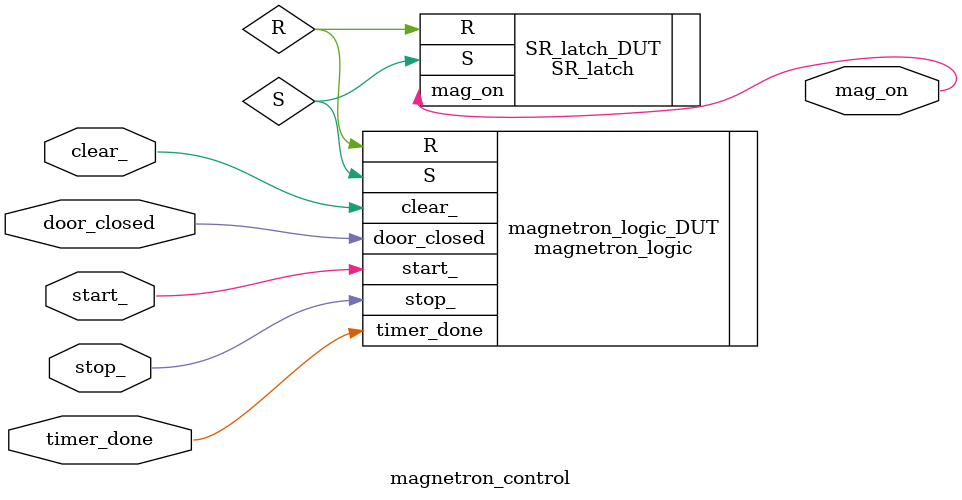
<source format=v>
`include "lvl_3/magnetron_logic.v"
`include "lvl_3/SR_latch.v"

module magnetron_control (input wire start_, stop_, clear_, door_closed, timer_done,
                          output wire mag_on);
    
    wire  S, R;

    magnetron_logic magnetron_logic_DUT (.start_(start_), .stop_(stop_), .clear_(clear_), 
        .door_closed(door_closed), .timer_done(timer_done), .S(S), .R(R));
    SR_latch SR_latch_DUT (.S(S), .R(R), .mag_on(mag_on));
endmodule
</source>
